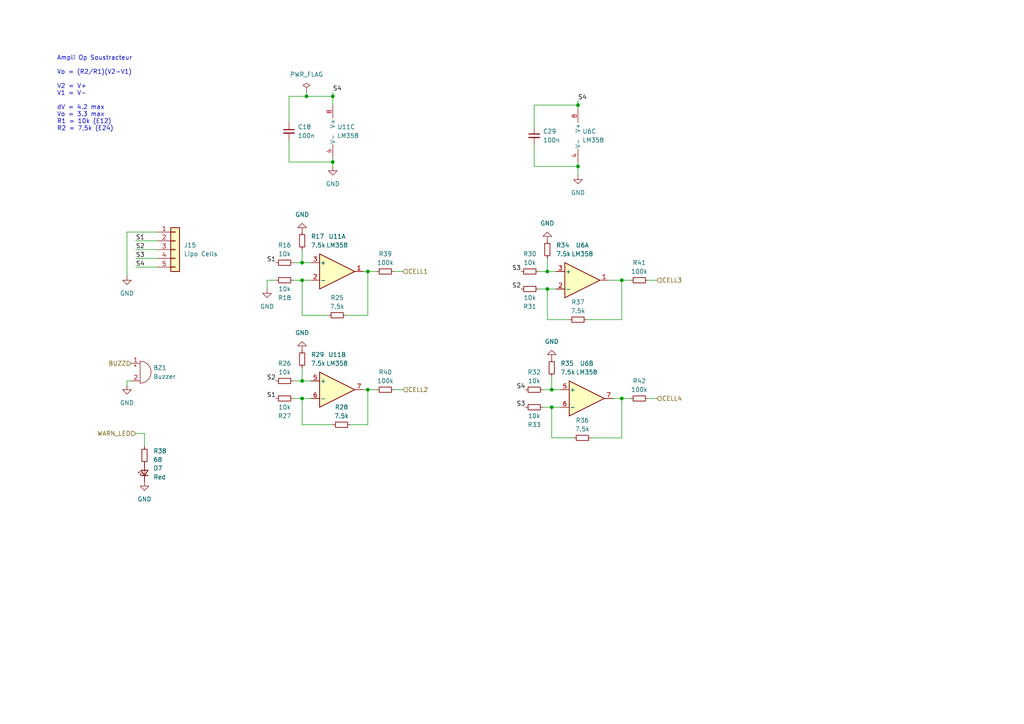
<source format=kicad_sch>
(kicad_sch (version 20230121) (generator eeschema)
  (paper "A4")
  (lib_symbols
    (symbol "Amplifier_Operational:LM358" (pin_names (offset 0.127))
      (property "Reference" "U" (at 0 5.08 0))
      (property "Value" "LM358" (at 0 -5.08 0))
      (symbol "LM358_1_1"
        (polyline (pts (xy -5.08 5.08) (xy 5.08 0) (xy -5.08 -5.08) (xy -5.08 5.08)) (stroke (width 0.254)) (fill (type background)))
        (pin output line (at 7.62 0 180) (length 2.54) (name "~") (number "1"))
        (pin input line (at -7.62 -2.54 0) (length 2.54) (name "-") (number "2"))
        (pin input line (at -7.62 2.54 0) (length 2.54) (name "+") (number "3"))
      )
      (symbol "LM358_2_1"
        (polyline (pts (xy -5.08 5.08) (xy 5.08 0) (xy -5.08 -5.08) (xy -5.08 5.08)) (stroke (width 0.254)) (fill (type background)))
        (pin input line (at -7.62 2.54 0) (length 2.54) (name "+") (number "5"))
        (pin input line (at -7.62 -2.54 0) (length 2.54) (name "-") (number "6"))
        (pin output line (at 7.62 0 180) (length 2.54) (name "~") (number "7"))
      )
      (symbol "LM358_3_1"
        (pin power_in line (at -2.54 -7.62 90) (length 3.81) (name "V-") (number "4"))
        (pin power_in line (at -2.54 7.62 270) (length 3.81) (name "V+") (number "8"))
      )
    )
    (symbol "Connector_Generic:Conn_01x05" (pin_names (offset 1.016) hide)
      (property "Reference" "J" (at 0 7.62 0))
      (property "Value" "Conn_01x05" (at 0 -7.62 0))
      (symbol "Conn_01x05_1_1"
        (rectangle (start -1.27 -4.953) (end 0 -5.207) (stroke (width 0.1524)))
        (rectangle (start -1.27 -2.413) (end 0 -2.667) (stroke (width 0.1524)))
        (rectangle (start -1.27 0.127) (end 0 -0.127) (stroke (width 0.1524)))
        (rectangle (start -1.27 2.667) (end 0 2.413) (stroke (width 0.1524)))
        (rectangle (start -1.27 5.207) (end 0 4.953) (stroke (width 0.1524)))
        (rectangle (start -1.27 6.35) (end 1.27 -6.35) (stroke (width 0.254)) (fill (type background)))
        (pin passive line (at -5.08 5.08 0) (length 3.81) (name "Pin_1") (number "1"))
        (pin passive line (at -5.08 2.54 0) (length 3.81) (name "Pin_2") (number "2"))
        (pin passive line (at -5.08 0 0) (length 3.81) (name "Pin_3") (number "3"))
        (pin passive line (at -5.08 -2.54 0) (length 3.81) (name "Pin_4") (number "4"))
        (pin passive line (at -5.08 -5.08 0) (length 3.81) (name "Pin_5") (number "5"))
      )
    )
    (symbol "Device:Buzzer" (pin_names (offset 0.0254) hide)
      (property "Reference" "BZ" (at 3.81 1.27 0))
      (property "Value" "Buzzer" (at 3.81 -1.27 0))
      (symbol "Buzzer_0_1"
        (arc (start 0 -3.175) (mid 3.1612 0) (end 0 3.175))
        (polyline (pts (xy -1.651 1.905) (xy -1.143 1.905)))
        (polyline (pts (xy -1.397 2.159) (xy -1.397 1.651)))
        (polyline (pts (xy 0 3.175) (xy 0 -3.175)))
      )
      (symbol "Buzzer_1_1"
        (pin passive line (at -2.54 2.54 0) (length 2.54) (name "+") (number "1"))
        (pin passive line (at -2.54 -2.54 0) (length 2.54) (name "-") (number "2"))
      )
    )
    (symbol "Device:C_Small" (pin_numbers hide) (pin_names (offset 0.254) hide)
      (property "Reference" "C" (at 0.254 1.778 0))
      (property "Value" "C_Small" (at 0.254 -2.032 0))
      (symbol "C_Small_0_1"
        (polyline (pts (xy -1.524 -0.508) (xy 1.524 -0.508)) (stroke (width 0.3302)))
        (polyline (pts (xy -1.524 0.508) (xy 1.524 0.508)) (stroke (width 0.3048)))
      )
      (symbol "C_Small_1_1"
        (pin passive line (at 0 2.54 270) (length 2.032) (name "~") (number "1"))
        (pin passive line (at 0 -2.54 90) (length 2.032) (name "~") (number "2"))
      )
    )
    (symbol "Device:LED_Small" (pin_numbers hide) (pin_names (offset 0.254) hide)
      (property "Reference" "D" (at -1.27 3.175 0))
      (property "Value" "LED_Small" (at -4.445 -2.54 0))
      (symbol "LED_Small_0_1"
        (polyline (pts (xy -0.762 -1.016) (xy -0.762 1.016)) (stroke (width 0.254)))
        (polyline (pts (xy 1.016 0) (xy -0.762 0)))
        (polyline (pts (xy 0.762 -1.016) (xy -0.762 0) (xy 0.762 1.016) (xy 0.762 -1.016)) (stroke (width 0.254)))
        (polyline (pts (xy 0 0.762) (xy -0.508 1.27) (xy -0.254 1.27) (xy -0.508 1.27) (xy -0.508 1.016)))
        (polyline (pts (xy 0.508 1.27) (xy 0 1.778) (xy 0.254 1.778) (xy 0 1.778) (xy 0 1.524)))
      )
      (symbol "LED_Small_1_1"
        (pin passive line (at -2.54 0 0) (length 1.778) (name "K") (number "1"))
        (pin passive line (at 2.54 0 180) (length 1.778) (name "A") (number "2"))
      )
    )
    (symbol "Device:R_Small" (pin_numbers hide) (pin_names (offset 0.254) hide)
      (property "Reference" "R" (at 0.762 0.508 0))
      (property "Value" "R_Small" (at 0.762 -1.016 0))
      (symbol "R_Small_0_1"
        (rectangle (start -0.762 1.778) (end 0.762 -1.778) (stroke (width 0.2032)))
      )
      (symbol "R_Small_1_1"
        (pin passive line (at 0 2.54 270) (length 0.762) (name "~") (number "1"))
        (pin passive line (at 0 -2.54 90) (length 0.762) (name "~") (number "2"))
      )
    )
    (symbol "power:GND" (power) (pin_names (offset 0))
      (property "Value" "GND" (at 0 -3.81 0))
      (symbol "GND_0_1"
        (polyline (pts (xy 0 0) (xy 0 -1.27) (xy 1.27 -1.27) (xy 0 -2.54) (xy -1.27 -1.27) (xy 0 -1.27)))
      )
      (symbol "GND_1_1"
        (pin power_in line (at 0 0 270) (length 0) hide (name "GND") (number "1"))
      )
    )
    (symbol "power:PWR_FLAG" (power) (pin_numbers hide) (pin_names (offset 0) hide)
      (property "Value" "PWR_FLAG" (at 0 3.81 0))
      (symbol "PWR_FLAG_0_0"
        (pin power_out line (at 0 0 90) (length 0) (name "pwr") (number "1"))
      )
      (symbol "PWR_FLAG_0_1"
        (polyline (pts (xy 0 0) (xy 0 1.27) (xy -1.016 1.905) (xy 0 2.54) (xy 1.016 1.905) (xy 0 1.27)))
      )
    )
  )
  (junction (at 87.63 115.57))
  (junction (at 88.9 27.94))
  (junction (at 96.52 46.99))
  (junction (at 160.02 118.11))
  (junction (at 106.68 113.03))
  (junction (at 158.75 83.82))
  (junction (at 180.34 81.28))
  (junction (at 180.34 115.57))
  (junction (at 87.63 76.2))
  (junction (at 87.63 81.28))
  (junction (at 96.52 27.94))
  (junction (at 167.64 48.26))
  (junction (at 158.75 78.74))
  (junction (at 160.02 113.03))
  (junction (at 106.68 78.74))
  (junction (at 87.63 110.49))
  (junction (at 167.64 30.48))
  (wire (pts (xy 87.63 72.39) (xy 87.63 76.2)))
  (wire (pts (xy 41.91 125.73) (xy 41.91 129.54)))
  (wire (pts (xy 105.41 113.03) (xy 106.68 113.03)))
  (wire (pts (xy 106.68 78.74) (xy 106.68 91.44)))
  (wire (pts (xy 166.37 127) (xy 160.02 127)))
  (wire (pts (xy 167.64 50.8) (xy 167.64 48.26)))
  (wire (pts (xy 96.52 26.67) (xy 96.52 27.94)))
  (wire (pts (xy 95.25 91.44) (xy 87.63 91.44)))
  (wire (pts (xy 96.52 48.26) (xy 96.52 46.99)))
  (wire (pts (xy 106.68 123.19) (xy 106.68 113.03)))
  (wire (pts (xy 39.37 74.93) (xy 45.72 74.93)))
  (wire (pts (xy 167.64 29.21) (xy 167.64 30.48)))
  (wire (pts (xy 85.09 115.57) (xy 87.63 115.57)))
  (wire (pts (xy 36.83 67.31) (xy 36.83 80.01)))
  (wire (pts (xy 87.63 110.49) (xy 90.17 110.49)))
  (wire (pts (xy 106.68 113.03) (xy 109.22 113.03)))
  (wire (pts (xy 85.09 76.2) (xy 87.63 76.2)))
  (wire (pts (xy 87.63 106.68) (xy 87.63 110.49)))
  (wire (pts (xy 170.18 92.71) (xy 180.34 92.71)))
  (wire (pts (xy 154.94 36.83) (xy 154.94 30.48)))
  (wire (pts (xy 160.02 127) (xy 160.02 118.11)))
  (wire (pts (xy 85.09 81.28) (xy 87.63 81.28)))
  (wire (pts (xy 36.83 110.49) (xy 36.83 111.76)))
  (wire (pts (xy 160.02 113.03) (xy 162.56 113.03)))
  (wire (pts (xy 171.45 127) (xy 180.34 127)))
  (wire (pts (xy 96.52 46.99) (xy 96.52 45.72)))
  (wire (pts (xy 187.96 115.57) (xy 190.5 115.57)))
  (wire (pts (xy 156.21 78.74) (xy 158.75 78.74)))
  (wire (pts (xy 165.1 92.71) (xy 158.75 92.71)))
  (wire (pts (xy 39.37 77.47) (xy 45.72 77.47)))
  (wire (pts (xy 158.75 92.71) (xy 158.75 83.82)))
  (wire (pts (xy 38.1 110.49) (xy 36.83 110.49)))
  (wire (pts (xy 157.48 113.03) (xy 160.02 113.03)))
  (wire (pts (xy 176.53 81.28) (xy 180.34 81.28)))
  (wire (pts (xy 87.63 91.44) (xy 87.63 81.28)))
  (wire (pts (xy 36.83 67.31) (xy 45.72 67.31)))
  (wire (pts (xy 187.96 81.28) (xy 190.5 81.28)))
  (wire (pts (xy 154.94 48.26) (xy 167.64 48.26)))
  (wire (pts (xy 154.94 41.91) (xy 154.94 48.26)))
  (wire (pts (xy 101.6 123.19) (xy 106.68 123.19)))
  (wire (pts (xy 106.68 78.74) (xy 109.22 78.74)))
  (wire (pts (xy 160.02 109.22) (xy 160.02 113.03)))
  (wire (pts (xy 87.63 81.28) (xy 90.17 81.28)))
  (wire (pts (xy 158.75 83.82) (xy 161.29 83.82)))
  (wire (pts (xy 177.8 115.57) (xy 180.34 115.57)))
  (wire (pts (xy 154.94 30.48) (xy 167.64 30.48)))
  (wire (pts (xy 83.82 27.94) (xy 88.9 27.94)))
  (wire (pts (xy 96.52 123.19) (xy 87.63 123.19)))
  (wire (pts (xy 87.63 115.57) (xy 90.17 115.57)))
  (wire (pts (xy 83.82 40.64) (xy 83.82 46.99)))
  (wire (pts (xy 80.01 81.28) (xy 77.47 81.28)))
  (wire (pts (xy 88.9 27.94) (xy 96.52 27.94)))
  (wire (pts (xy 180.34 92.71) (xy 180.34 81.28)))
  (wire (pts (xy 167.64 30.48) (xy 167.64 31.75)))
  (wire (pts (xy 180.34 127) (xy 180.34 115.57)))
  (wire (pts (xy 39.37 69.85) (xy 45.72 69.85)))
  (wire (pts (xy 114.3 113.03) (xy 116.84 113.03)))
  (wire (pts (xy 39.37 125.73) (xy 41.91 125.73)))
  (wire (pts (xy 156.21 83.82) (xy 158.75 83.82)))
  (wire (pts (xy 39.37 72.39) (xy 45.72 72.39)))
  (wire (pts (xy 87.63 123.19) (xy 87.63 115.57)))
  (wire (pts (xy 158.75 78.74) (xy 161.29 78.74)))
  (wire (pts (xy 167.64 48.26) (xy 167.64 46.99)))
  (wire (pts (xy 105.41 78.74) (xy 106.68 78.74)))
  (wire (pts (xy 83.82 46.99) (xy 96.52 46.99)))
  (wire (pts (xy 180.34 115.57) (xy 182.88 115.57)))
  (wire (pts (xy 85.09 110.49) (xy 87.63 110.49)))
  (wire (pts (xy 87.63 76.2) (xy 90.17 76.2)))
  (wire (pts (xy 96.52 27.94) (xy 96.52 30.48)))
  (wire (pts (xy 180.34 81.28) (xy 182.88 81.28)))
  (wire (pts (xy 158.75 74.93) (xy 158.75 78.74)))
  (wire (pts (xy 160.02 118.11) (xy 162.56 118.11)))
  (wire (pts (xy 77.47 81.28) (xy 77.47 83.82)))
  (wire (pts (xy 114.3 78.74) (xy 116.84 78.74)))
  (wire (pts (xy 157.48 118.11) (xy 160.02 118.11)))
  (wire (pts (xy 83.82 35.56) (xy 83.82 27.94)))
  (wire (pts (xy 88.9 26.67) (xy 88.9 27.94)))
  (wire (pts (xy 100.33 91.44) (xy 106.68 91.44)))
  (text "Ampli Op Soustracteur\n\nVo = (R2/R1)(V2-V1)\n\nV2 = V+\nV1 = V-\n\ndV = 4.2 max \nVo = 3.3 max\nR1 = 10k (E12)\nR2 = 7,5k (E24)\n" (at 16.51 38.1 0) (effects (font (size 1.27 1.27)) (justify left bottom)))
  (label "S1" (at 80.01 115.57 180))
  (label "S2" (at 80.01 110.49 180))
  (label "S1" (at 39.37 69.85 0))
  (label "S2" (at 151.13 83.82 180))
  (label "S4" (at 152.4 113.03 180))
  (label "S3" (at 152.4 118.11 180))
  (label "S4" (at 167.64 29.21 0))
  (label "S1" (at 80.01 76.2 180))
  (label "S3" (at 151.13 78.74 180))
  (label "S4" (at 39.37 77.47 0))
  (label "S3" (at 39.37 74.93 0))
  (label "S2" (at 39.37 72.39 0))
  (label "S4" (at 96.52 26.67 0))
  (hierarchical_label "CELL3" (shape input) (at 190.5 81.28 0))
  (hierarchical_label "BUZZ" (shape input) (at 38.1 105.41 180))
  (hierarchical_label "CELL4" (shape input) (at 190.5 115.57 0))
  (hierarchical_label "CELL2" (shape input) (at 116.84 113.03 0))
  (hierarchical_label "CELL1" (shape input) (at 116.84 78.74 0))
  (hierarchical_label "WARN_LED" (shape input) (at 39.37 125.73 180))
  (symbol (lib_id "power:GND") (at 36.83 111.76 0) (unit 1)
    (property "Reference" "#PWR0101" (effects hide))
    (property "Value" "GND" (at 36.83 116.84 0))
  )
  (symbol (lib_id "power:GND") (at 77.47 83.82 0) (unit 1)
    (property "Reference" "#PWR070" (effects hide))
    (property "Value" "GND" (at 77.47 88.9 0))
  )
  (symbol (lib_id "Amplifier_Operational:LM358") (at 170.18 39.37 0) (unit 3)
    (property "Reference" "U6" (at 168.91 38.1 0) (effects (justify left)))
    (property "Value" "LM358" (at 168.91 40.64 0) (effects (justify left)))
    (property "Footprint" "Package_SO:SO-8_3.9x4.9mm_P1.27mm" (effects hide))
    (property "Datasheet" "https://datasheet.lcsc.com/lcsc/1810181110_STMicroelectronics-LM358DT_C9418.pdf" (effects hide))
    (property "LCSC Part" "C9418" (effects hide))
  )
  (symbol (lib_id "Device:R_Small") (at 82.55 115.57 270) (unit 1)
    (property "Reference" "R27" (at 82.55 120.65 90))
    (property "Value" "10k" (at 82.55 118.11 90))
    (property "Footprint" "Resistor_SMD:R_0805_2012Metric_Pad1.20x1.40mm_HandSolder" (effects hide))
    (property "LCSC Part" "C17414" (effects hide))
  )
  (symbol (lib_id "Device:R_Small") (at 158.75 72.39 0) (unit 1)
    (property "Reference" "R34" (at 161.29 71.12 0) (effects (justify left)))
    (property "Value" "7.5k" (at 161.29 73.66 0) (effects (justify left)))
    (property "Footprint" "Resistor_SMD:R_0805_2012Metric_Pad1.20x1.40mm_HandSolder" (effects hide))
    (property "LCSC Part" "C17807" (effects hide))
  )
  (symbol (lib_id "Device:C_Small") (at 83.82 38.1 0) (unit 1)
    (property "Reference" "C18" (at 86.36 36.8363 0) (effects (justify left)))
    (property "Value" "100n" (at 86.36 39.3763 0) (effects (justify left)))
    (property "Footprint" "Capacitor_SMD:C_0402_1005Metric_Pad0.74x0.62mm_HandSolder" (effects hide))
    (property "LCSC Part" "C100072" (effects hide))
    (property "Tension" "25V" (effects hide))
  )
  (symbol (lib_id "Device:R_Small") (at 153.67 78.74 270) (unit 1)
    (property "Reference" "R30" (at 153.67 73.66 90))
    (property "Value" "10k" (at 153.67 76.2 90))
    (property "Footprint" "Resistor_SMD:R_0805_2012Metric_Pad1.20x1.40mm_HandSolder" (effects hide))
    (property "LCSC Part" "C17414" (effects hide))
  )
  (symbol (lib_id "Amplifier_Operational:LM358") (at 168.91 81.28 0) (unit 1)
    (property "Reference" "U6" (at 168.91 71.12 0))
    (property "Value" "LM358" (at 168.91 73.66 0))
    (property "Footprint" "Package_SO:SO-8_3.9x4.9mm_P1.27mm" (effects hide))
    (property "Datasheet" "https://datasheet.lcsc.com/lcsc/1810181110_STMicroelectronics-LM358DT_C9418.pdf" (effects hide))
    (property "LCSC Part" "C9418" (effects hide))
  )
  (symbol (lib_id "Amplifier_Operational:LM358") (at 170.18 115.57 0) (unit 2)
    (property "Reference" "U6" (at 170.18 105.41 0))
    (property "Value" "LM358" (at 170.18 107.95 0))
    (property "Footprint" "Package_SO:SO-8_3.9x4.9mm_P1.27mm" (effects hide))
    (property "Datasheet" "https://datasheet.lcsc.com/lcsc/1810181110_STMicroelectronics-LM358DT_C9418.pdf" (effects hide))
    (property "LCSC Part" "C9418" (effects hide))
  )
  (symbol (lib_id "Device:Buzzer") (at 40.64 107.95 0) (unit 1)
    (property "Reference" "BZ1" (at 44.45 106.68 0) (effects (justify left)))
    (property "Value" "Buzzer" (at 44.45 109.22 0) (effects (justify left)))
    (property "Footprint" "Buzzer_Beeper:MagneticBuzzer_CUI_CST-931RP-A" (effects hide))
    (property "JLCPCB BOM" "0" (effects hide))
  )
  (symbol (lib_id "Device:R_Small") (at 154.94 113.03 270) (unit 1)
    (property "Reference" "R32" (at 154.94 107.95 90))
    (property "Value" "10k" (at 154.94 110.49 90))
    (property "Footprint" "Resistor_SMD:R_0805_2012Metric_Pad1.20x1.40mm_HandSolder" (effects hide))
    (property "LCSC Part" "C17414" (effects hide))
  )
  (symbol (lib_id "Device:R_Small") (at 87.63 104.14 0) (unit 1)
    (property "Reference" "R29" (at 90.17 102.87 0) (effects (justify left)))
    (property "Value" "7.5k" (at 90.17 105.41 0) (effects (justify left)))
    (property "Footprint" "Resistor_SMD:R_0805_2012Metric_Pad1.20x1.40mm_HandSolder" (effects hide))
    (property "LCSC Part" "C17807" (effects hide))
  )
  (symbol (lib_id "Device:R_Small") (at 185.42 81.28 270) (unit 1)
    (property "Reference" "R41" (at 185.42 76.2 90))
    (property "Value" "100k" (at 185.42 78.74 90))
    (property "Footprint" "Resistor_SMD:R_0805_2012Metric_Pad1.20x1.40mm_HandSolder" (effects hide))
    (property "LCSC Part" "C25611" (effects hide))
  )
  (symbol (lib_id "Device:R_Small") (at 82.55 110.49 270) (unit 1)
    (property "Reference" "R26" (at 82.55 105.41 90))
    (property "Value" "10k" (at 82.55 107.95 90))
    (property "Footprint" "Resistor_SMD:R_0805_2012Metric_Pad1.20x1.40mm_HandSolder" (effects hide))
    (property "LCSC Part" "C17414" (effects hide))
  )
  (symbol (lib_id "Device:R_Small") (at 153.67 83.82 270) (unit 1)
    (property "Reference" "R31" (at 153.67 88.9 90))
    (property "Value" "10k" (at 153.67 86.36 90))
    (property "Footprint" "Resistor_SMD:R_0805_2012Metric_Pad1.20x1.40mm_HandSolder" (effects hide))
    (property "LCSC Part" "C17414" (effects hide))
  )
  (symbol (lib_id "Connector_Generic:Conn_01x05") (at 50.8 72.39 0) (unit 1)
    (property "Reference" "J15" (at 53.34 71.12 0) (effects (justify left)))
    (property "Value" "Lipo Cells" (at 53.34 73.66 0) (effects (justify left)))
    (property "Footprint" "Connector_JST:JST_PH_S5B-PH-K_1x05_P2.00mm_Horizontal" (effects hide))
    (property "JLCPCB BOM" "0" (effects hide))
  )
  (symbol (lib_id "Amplifier_Operational:LM358") (at 97.79 113.03 0) (unit 2)
    (property "Reference" "U11" (at 97.79 102.87 0))
    (property "Value" "LM358" (at 97.79 105.41 0))
    (property "Footprint" "Package_SO:SO-8_3.9x4.9mm_P1.27mm" (effects hide))
    (property "Datasheet" "https://datasheet.lcsc.com/lcsc/1810181110_STMicroelectronics-LM358DT_C9418.pdf" (effects hide))
    (property "LCSC Part" "C9418" (effects hide))
  )
  (symbol (lib_id "Device:R_Small") (at 185.42 115.57 270) (unit 1)
    (property "Reference" "R42" (at 185.42 110.49 90))
    (property "Value" "100k" (at 185.42 113.03 90))
    (property "Footprint" "Resistor_SMD:R_0805_2012Metric_Pad1.20x1.40mm_HandSolder" (effects hide))
    (property "LCSC Part" "C25611" (effects hide))
  )
  (symbol (lib_id "power:GND") (at 36.83 80.01 0) (unit 1)
    (property "Reference" "#PWR094" (effects hide))
    (property "Value" "GND" (at 36.83 85.09 0))
  )
  (symbol (lib_id "power:GND") (at 96.52 48.26 0) (unit 1)
    (property "Reference" "#PWR067" (effects hide))
    (property "Value" "GND" (at 96.52 53.34 0))
  )
  (symbol (lib_id "Device:C_Small") (at 154.94 39.37 0) (unit 1)
    (property "Reference" "C29" (at 157.48 38.1063 0) (effects (justify left)))
    (property "Value" "100n" (at 157.48 40.6463 0) (effects (justify left)))
    (property "Footprint" "Capacitor_SMD:C_0402_1005Metric_Pad0.74x0.62mm_HandSolder" (effects hide))
    (property "LCSC Part" "C100072" (effects hide))
    (property "Tension" "25V" (effects hide))
  )
  (symbol (lib_id "Amplifier_Operational:LM358") (at 99.06 38.1 0) (unit 3)
    (property "Reference" "U11" (at 97.79 36.83 0) (effects (justify left)))
    (property "Value" "LM358" (at 97.79 39.37 0) (effects (justify left)))
    (property "Footprint" "Package_SO:SO-8_3.9x4.9mm_P1.27mm" (effects hide))
    (property "Datasheet" "https://datasheet.lcsc.com/lcsc/1810181110_STMicroelectronics-LM358DT_C9418.pdf" (effects hide))
    (property "LCSC Part" "C9418" (effects hide))
  )
  (symbol (lib_id "power:GND") (at 87.63 101.6 180) (unit 1)
    (property "Reference" "#PWR096" (effects hide))
    (property "Value" "GND" (at 87.63 96.52 0))
  )
  (symbol (lib_id "power:GND") (at 158.75 69.85 180) (unit 1)
    (property "Reference" "#PWR097" (effects hide))
    (property "Value" "GND" (at 158.75 64.77 0))
  )
  (symbol (lib_id "Device:R_Small") (at 82.55 76.2 270) (unit 1)
    (property "Reference" "R16" (at 82.55 71.12 90))
    (property "Value" "10k" (at 82.55 73.66 90))
    (property "Footprint" "Resistor_SMD:R_0805_2012Metric_Pad1.20x1.40mm_HandSolder" (effects hide))
    (property "LCSC Part" "C17414" (effects hide))
  )
  (symbol (lib_id "Device:R_Small") (at 168.91 127 90) (unit 1)
    (property "Reference" "R36" (at 168.91 121.92 90))
    (property "Value" "7.5k" (at 168.91 124.46 90))
    (property "Footprint" "Resistor_SMD:R_0805_2012Metric_Pad1.20x1.40mm_HandSolder" (effects hide))
    (property "LCSC Part" "C17807" (effects hide))
  )
  (symbol (lib_id "power:GND") (at 160.02 104.14 180) (unit 1)
    (property "Reference" "#PWR098" (effects hide))
    (property "Value" "GND" (at 160.02 99.06 0))
  )
  (symbol (lib_id "Device:R_Small") (at 160.02 106.68 0) (unit 1)
    (property "Reference" "R35" (at 162.56 105.41 0) (effects (justify left)))
    (property "Value" "7.5k" (at 162.56 107.95 0) (effects (justify left)))
    (property "Footprint" "Resistor_SMD:R_0805_2012Metric_Pad1.20x1.40mm_HandSolder" (effects hide))
    (property "LCSC Part" "C17807" (effects hide))
  )
  (symbol (lib_id "power:PWR_FLAG") (at 88.9 26.67 0) (unit 1)
    (property "Reference" "#FLG05" (effects hide))
    (property "Value" "PWR_FLAG" (at 88.9 21.59 0))
  )
  (symbol (lib_id "Device:R_Small") (at 167.64 92.71 90) (unit 1)
    (property "Reference" "R37" (at 167.64 87.63 90))
    (property "Value" "7.5k" (at 167.64 90.17 90))
    (property "Footprint" "Resistor_SMD:R_0805_2012Metric_Pad1.20x1.40mm_HandSolder" (effects hide))
    (property "LCSC Part" "C17807" (effects hide))
  )
  (symbol (lib_id "Device:R_Small") (at 41.91 132.08 0) (unit 1)
    (property "Reference" "R38" (at 44.45 130.81 0) (effects (justify left)))
    (property "Value" "68" (at 44.45 133.35 0) (effects (justify left)))
    (property "Footprint" "Resistor_SMD:R_0805_2012Metric_Pad1.20x1.40mm_HandSolder" (effects hide))
    (property "LCSC Part" "C17802" (effects hide))
  )
  (symbol (lib_id "Device:R_Small") (at 82.55 81.28 270) (mirror x) (unit 1)
    (property "Reference" "R18" (at 82.55 86.36 90))
    (property "Value" "10k" (at 82.55 83.82 90))
    (property "Footprint" "Resistor_SMD:R_0805_2012Metric_Pad1.20x1.40mm_HandSolder" (effects hide))
    (property "LCSC Part" "C17414" (effects hide))
  )
  (symbol (lib_id "Device:R_Small") (at 97.79 91.44 90) (unit 1)
    (property "Reference" "R25" (at 97.79 86.36 90))
    (property "Value" "7.5k" (at 97.79 88.9 90))
    (property "Footprint" "Resistor_SMD:R_0805_2012Metric_Pad1.20x1.40mm_HandSolder" (effects hide))
    (property "LCSC Part" "C17807" (effects hide))
  )
  (symbol (lib_id "Amplifier_Operational:LM358") (at 97.79 78.74 0) (unit 1)
    (property "Reference" "U11" (at 97.79 68.58 0))
    (property "Value" "LM358" (at 97.79 71.12 0))
    (property "Footprint" "Package_SO:SO-8_3.9x4.9mm_P1.27mm" (effects hide))
    (property "Datasheet" "https://datasheet.lcsc.com/lcsc/1810181110_STMicroelectronics-LM358DT_C9418.pdf" (effects hide))
    (property "LCSC Part" "C9418" (effects hide))
  )
  (symbol (lib_id "power:GND") (at 167.64 50.8 0) (unit 1)
    (property "Reference" "#PWR0100" (effects hide))
    (property "Value" "GND" (at 167.64 55.88 0))
  )
  (symbol (lib_id "Device:R_Small") (at 154.94 118.11 270) (unit 1)
    (property "Reference" "R33" (at 154.94 123.19 90))
    (property "Value" "10k" (at 154.94 120.65 90))
    (property "Footprint" "Resistor_SMD:R_0805_2012Metric_Pad1.20x1.40mm_HandSolder" (effects hide))
    (property "LCSC Part" "C17414" (effects hide))
  )
  (symbol (lib_id "Device:R_Small") (at 99.06 123.19 90) (unit 1)
    (property "Reference" "R28" (at 99.06 118.11 90))
    (property "Value" "7.5k" (at 99.06 120.65 90))
    (property "Footprint" "Resistor_SMD:R_0805_2012Metric_Pad1.20x1.40mm_HandSolder" (effects hide))
    (property "LCSC Part" "C17807" (effects hide))
  )
  (symbol (lib_id "Device:R_Small") (at 87.63 69.85 0) (unit 1)
    (property "Reference" "R17" (at 90.17 68.58 0) (effects (justify left)))
    (property "Value" "7.5k" (at 90.17 71.12 0) (effects (justify left)))
    (property "Footprint" "Resistor_SMD:R_0805_2012Metric_Pad1.20x1.40mm_HandSolder" (effects hide))
    (property "LCSC Part" "C17807" (effects hide))
  )
  (symbol (lib_id "Device:R_Small") (at 111.76 78.74 270) (unit 1)
    (property "Reference" "R39" (at 111.76 73.66 90))
    (property "Value" "100k" (at 111.76 76.2 90))
    (property "Footprint" "Resistor_SMD:R_0805_2012Metric_Pad1.20x1.40mm_HandSolder" (effects hide))
    (property "LCSC Part" "C25611" (effects hide))
  )
  (symbol (lib_id "power:GND") (at 41.91 139.7 0) (unit 1)
    (property "Reference" "#PWR0103" (effects hide))
    (property "Value" "GND" (at 41.91 144.78 0))
  )
  (symbol (lib_id "power:GND") (at 87.63 67.31 180) (unit 1)
    (property "Reference" "#PWR069" (effects hide))
    (property "Value" "GND" (at 87.63 62.23 0))
  )
  (symbol (lib_id "Device:LED_Small") (at 41.91 137.16 90) (unit 1)
    (property "Reference" "D7" (at 44.45 135.8265 90) (effects (justify right)))
    (property "Value" "Red" (at 44.45 138.3665 90) (effects (justify right)))
    (property "Footprint" "LED_SMD:LED_0805_2012Metric_Pad1.15x1.40mm_HandSolder" (effects hide))
    (property "Datasheet" "https://datasheet.lcsc.com/lcsc/2304140030_Everlight-Elec-17-21SURC-S530-A3-TR8_C72037.pdf" (effects hide))
    (property "LCSC Part" "C72037" (effects hide))
  )
  (symbol (lib_id "Device:R_Small") (at 111.76 113.03 270) (unit 1)
    (property "Reference" "R40" (at 111.76 107.95 90))
    (property "Value" "100k" (at 111.76 110.49 90))
    (property "Footprint" "Resistor_SMD:R_0805_2012Metric_Pad1.20x1.40mm_HandSolder" (effects hide))
    (property "LCSC Part" "C25611" (effects hide))
  )
)
</source>
